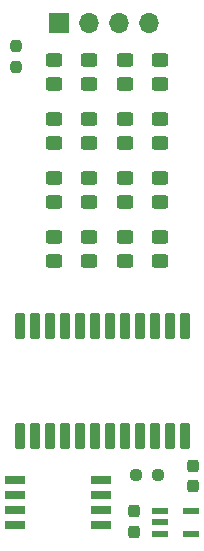
<source format=gbr>
%TF.GenerationSoftware,KiCad,Pcbnew,8.0.1*%
%TF.CreationDate,2025-01-22T20:31:23-07:00*%
%TF.ProjectId,LEDDisplay,4c454444-6973-4706-9c61-792e6b696361,rev?*%
%TF.SameCoordinates,Original*%
%TF.FileFunction,Soldermask,Top*%
%TF.FilePolarity,Negative*%
%FSLAX46Y46*%
G04 Gerber Fmt 4.6, Leading zero omitted, Abs format (unit mm)*
G04 Created by KiCad (PCBNEW 8.0.1) date 2025-01-22 20:31:23*
%MOMM*%
%LPD*%
G01*
G04 APERTURE LIST*
G04 Aperture macros list*
%AMRoundRect*
0 Rectangle with rounded corners*
0 $1 Rounding radius*
0 $2 $3 $4 $5 $6 $7 $8 $9 X,Y pos of 4 corners*
0 Add a 4 corners polygon primitive as box body*
4,1,4,$2,$3,$4,$5,$6,$7,$8,$9,$2,$3,0*
0 Add four circle primitives for the rounded corners*
1,1,$1+$1,$2,$3*
1,1,$1+$1,$4,$5*
1,1,$1+$1,$6,$7*
1,1,$1+$1,$8,$9*
0 Add four rect primitives between the rounded corners*
20,1,$1+$1,$2,$3,$4,$5,0*
20,1,$1+$1,$4,$5,$6,$7,0*
20,1,$1+$1,$6,$7,$8,$9,0*
20,1,$1+$1,$8,$9,$2,$3,0*%
G04 Aperture macros list end*
%ADD10RoundRect,0.237500X-0.250000X-0.237500X0.250000X-0.237500X0.250000X0.237500X-0.250000X0.237500X0*%
%ADD11RoundRect,0.237500X0.237500X-0.300000X0.237500X0.300000X-0.237500X0.300000X-0.237500X-0.300000X0*%
%ADD12R,1.700000X1.700000*%
%ADD13O,1.700000X1.700000*%
%ADD14RoundRect,0.250000X-0.450000X0.325000X-0.450000X-0.325000X0.450000X-0.325000X0.450000X0.325000X0*%
%ADD15R,1.320800X0.508000*%
%ADD16RoundRect,0.237500X-0.237500X0.300000X-0.237500X-0.300000X0.237500X-0.300000X0.237500X0.300000X0*%
%ADD17RoundRect,0.100500X-0.301500X1.026500X-0.301500X-1.026500X0.301500X-1.026500X0.301500X1.026500X0*%
%ADD18RoundRect,0.237500X-0.237500X0.250000X-0.237500X-0.250000X0.237500X-0.250000X0.237500X0.250000X0*%
%ADD19R,1.700000X0.650000*%
G04 APERTURE END LIST*
D10*
%TO.C,R1*%
X206980000Y-104100000D03*
X208805000Y-104100000D03*
%TD*%
D11*
%TO.C,C2*%
X211810000Y-105060000D03*
X211810000Y-103335000D03*
%TD*%
D12*
%TO.C,J3*%
X200420000Y-65860000D03*
D13*
X202960000Y-65860000D03*
X205500000Y-65860000D03*
X208040000Y-65860000D03*
%TD*%
D14*
%TO.C,D5*%
X209000000Y-73975000D03*
X209000000Y-76025000D03*
%TD*%
%TO.C,D14*%
X203000000Y-83975000D03*
X203000000Y-86025000D03*
%TD*%
%TO.C,D6*%
X206000000Y-73975000D03*
X206000000Y-76025000D03*
%TD*%
%TO.C,D8*%
X200000000Y-73975000D03*
X200000000Y-76025000D03*
%TD*%
%TO.C,D3*%
X203000000Y-68975000D03*
X203000000Y-71025000D03*
%TD*%
%TO.C,D2*%
X206020000Y-68975000D03*
X206020000Y-71025000D03*
%TD*%
D15*
%TO.C,U1*%
X208990000Y-107200000D03*
X208990000Y-108150001D03*
X208990000Y-109100002D03*
X211580800Y-109100002D03*
X211580800Y-107200000D03*
%TD*%
D16*
%TO.C,C1*%
X206770000Y-107195000D03*
X206770000Y-108920000D03*
%TD*%
D14*
%TO.C,D11*%
X206000000Y-78975000D03*
X206000000Y-81025000D03*
%TD*%
D17*
%TO.C,U4*%
X211150000Y-91530000D03*
X209880000Y-91530000D03*
X208610000Y-91530000D03*
X207340000Y-91530000D03*
X206070000Y-91530000D03*
X204800000Y-91530000D03*
X203530000Y-91530000D03*
X202260000Y-91530000D03*
X200990000Y-91530000D03*
X199720000Y-91530000D03*
X198450000Y-91530000D03*
X197180000Y-91530000D03*
X197180000Y-100840000D03*
X198450000Y-100840000D03*
X199720000Y-100840000D03*
X200990000Y-100840000D03*
X202260000Y-100840000D03*
X203530000Y-100840000D03*
X204800000Y-100840000D03*
X206070000Y-100840000D03*
X207340000Y-100840000D03*
X208610000Y-100840000D03*
X209880000Y-100840000D03*
X211150000Y-100840000D03*
%TD*%
D14*
%TO.C,D13*%
X200000000Y-83975000D03*
X200000000Y-86025000D03*
%TD*%
%TO.C,D9*%
X200000000Y-78975000D03*
X200000000Y-81025000D03*
%TD*%
%TO.C,D16*%
X209000000Y-83975000D03*
X209000000Y-86025000D03*
%TD*%
%TO.C,D1*%
X209000000Y-68975000D03*
X209000000Y-71025000D03*
%TD*%
%TO.C,D10*%
X203000000Y-78975000D03*
X203000000Y-81025000D03*
%TD*%
D18*
%TO.C,R2*%
X196800000Y-67775000D03*
X196800000Y-69600000D03*
%TD*%
D19*
%TO.C,U3*%
X196710000Y-104580000D03*
X196710000Y-105850000D03*
X196710000Y-107120000D03*
X196710000Y-108390000D03*
X204010000Y-108390000D03*
X204010000Y-107120000D03*
X204010000Y-105850000D03*
X204010000Y-104580000D03*
%TD*%
D14*
%TO.C,D15*%
X206000000Y-83975000D03*
X206000000Y-86025000D03*
%TD*%
%TO.C,D7*%
X203000000Y-73975000D03*
X203000000Y-76025000D03*
%TD*%
%TO.C,D4*%
X200000000Y-68975000D03*
X200000000Y-71025000D03*
%TD*%
%TO.C,D12*%
X209000000Y-78975000D03*
X209000000Y-81025000D03*
%TD*%
M02*

</source>
